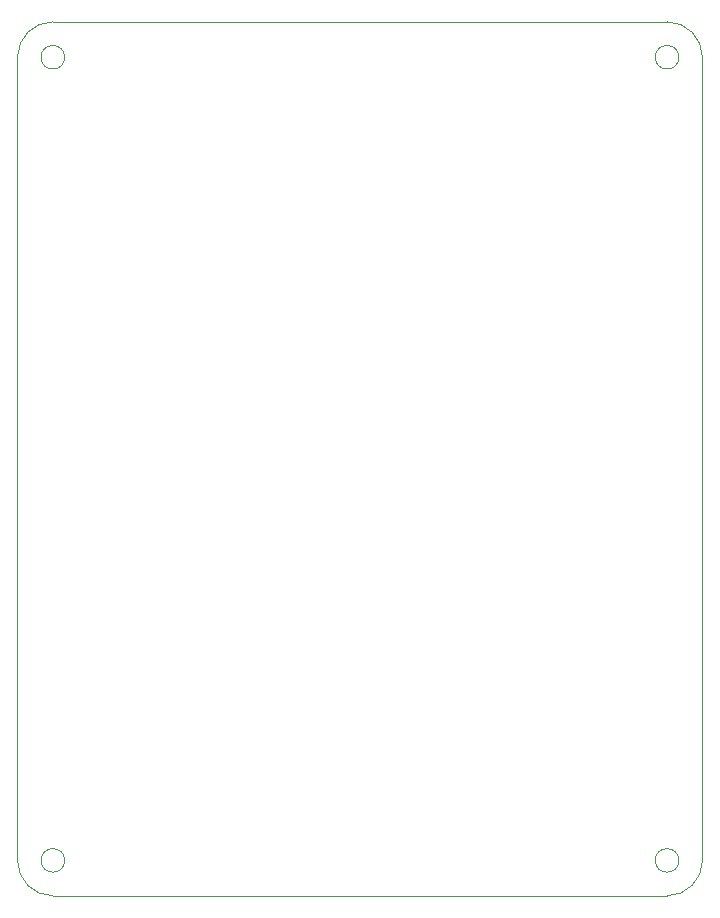
<source format=gbr>
%TF.GenerationSoftware,KiCad,Pcbnew,8.0.0*%
%TF.CreationDate,2024-03-09T23:20:09+01:00*%
%TF.ProjectId,Pure VCO,50757265-2056-4434-9f2e-6b696361645f,rev?*%
%TF.SameCoordinates,Original*%
%TF.FileFunction,Profile,NP*%
%FSLAX46Y46*%
G04 Gerber Fmt 4.6, Leading zero omitted, Abs format (unit mm)*
G04 Created by KiCad (PCBNEW 8.0.0) date 2024-03-09 23:20:09*
%MOMM*%
%LPD*%
G01*
G04 APERTURE LIST*
%TA.AperFunction,Profile*%
%ADD10C,0.050000*%
%TD*%
G04 APERTURE END LIST*
D10*
X47000000Y-107000000D02*
G75*
G02*
X44000000Y-104000000I0J3000000D01*
G01*
X102000000Y-104000000D02*
G75*
G02*
X99000000Y-107000000I-3000000J0D01*
G01*
X102000000Y-36000000D02*
X102000000Y-104000000D01*
X48000000Y-36000000D02*
G75*
G02*
X46000000Y-36000000I-1000000J0D01*
G01*
X46000000Y-36000000D02*
G75*
G02*
X48000000Y-36000000I1000000J0D01*
G01*
X99000000Y-33000000D02*
G75*
G02*
X102000000Y-36000000I0J-3000000D01*
G01*
X47000000Y-33000000D02*
X99000000Y-33000000D01*
X48000000Y-104000000D02*
G75*
G02*
X46000000Y-104000000I-1000000J0D01*
G01*
X46000000Y-104000000D02*
G75*
G02*
X48000000Y-104000000I1000000J0D01*
G01*
X100000000Y-104000000D02*
G75*
G02*
X98000000Y-104000000I-1000000J0D01*
G01*
X98000000Y-104000000D02*
G75*
G02*
X100000000Y-104000000I1000000J0D01*
G01*
X44000000Y-104000000D02*
X44000000Y-36000000D01*
X44000000Y-36000000D02*
G75*
G02*
X47000000Y-33000000I3000000J0D01*
G01*
X99000000Y-107000000D02*
X47000000Y-107000000D01*
X100000000Y-36000000D02*
G75*
G02*
X98000000Y-36000000I-1000000J0D01*
G01*
X98000000Y-36000000D02*
G75*
G02*
X100000000Y-36000000I1000000J0D01*
G01*
M02*

</source>
